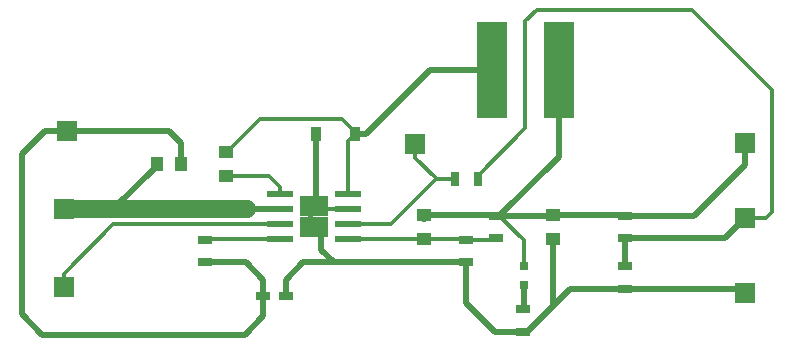
<source format=gbr>
G04 #@! TF.FileFunction,Copper,L1,Top,Signal*
%FSLAX46Y46*%
G04 Gerber Fmt 4.6, Leading zero omitted, Abs format (unit mm)*
G04 Created by KiCad (PCBNEW 4.0.4-stable) date 05/22/17 07:34:47*
%MOMM*%
%LPD*%
G01*
G04 APERTURE LIST*
%ADD10C,0.100000*%
%ADD11R,1.700000X1.700000*%
%ADD12R,1.250000X1.000000*%
%ADD13R,0.800000X0.800000*%
%ADD14R,2.600000X8.200000*%
%ADD15R,0.900000X1.200000*%
%ADD16R,1.000000X1.250000*%
%ADD17R,1.300000X0.700000*%
%ADD18R,0.700000X1.300000*%
%ADD19R,1.200000X1.800000*%
%ADD20R,2.200000X0.600000*%
%ADD21R,1.200000X0.750000*%
%ADD22C,1.500000*%
%ADD23C,0.500000*%
%ADD24C,0.300000*%
%ADD25C,1.000000*%
%ADD26C,0.250000*%
G04 APERTURE END LIST*
D10*
D11*
X76454000Y-45212000D03*
D12*
X89916000Y-47006000D03*
X89916000Y-49006000D03*
X106680000Y-52356000D03*
X106680000Y-54356000D03*
X117602000Y-52340000D03*
X117602000Y-54340000D03*
D13*
X115138200Y-56629400D03*
X115138200Y-58229400D03*
D14*
X118090600Y-40055800D03*
X112490600Y-40055800D03*
D15*
X100838000Y-45466000D03*
X97538000Y-45466000D03*
D16*
X84090000Y-48006000D03*
X86090000Y-48006000D03*
D17*
X88138000Y-54422000D03*
X88138000Y-56322000D03*
D18*
X109352000Y-49276000D03*
X111252000Y-49276000D03*
D17*
X112776000Y-52390000D03*
X112776000Y-54290000D03*
X110236000Y-54422000D03*
X110236000Y-56322000D03*
X123698000Y-52390000D03*
X123698000Y-54290000D03*
X123698000Y-56642000D03*
X123698000Y-58542000D03*
X115112800Y-62189400D03*
X115112800Y-60289400D03*
D11*
X76200000Y-58420000D03*
X76200000Y-51816000D03*
X105943400Y-46304200D03*
X133858000Y-52578000D03*
X133858000Y-46228000D03*
X133858000Y-58928000D03*
D19*
X97974000Y-53340000D03*
X96774000Y-53340000D03*
X97974000Y-51540000D03*
D20*
X94499000Y-50535000D03*
X94499000Y-51805000D03*
X94499000Y-53075000D03*
X94499000Y-54345000D03*
X100249000Y-54345000D03*
X100249000Y-53075000D03*
X100249000Y-51805000D03*
X100249000Y-50535000D03*
D19*
X96774000Y-51540000D03*
D21*
X94996000Y-59182000D03*
X93096000Y-59182000D03*
D22*
X76200000Y-51816000D02*
X79248000Y-51816000D01*
D23*
X84090000Y-48131000D02*
X80405000Y-51816000D01*
D22*
X80405000Y-51816000D02*
X79248000Y-51816000D01*
D23*
X94466000Y-51816000D02*
X91694000Y-51816000D01*
D22*
X79248000Y-51816000D02*
X91694000Y-51816000D01*
X79631000Y-51816000D02*
X79248000Y-51816000D01*
D23*
X91516200Y-62458600D02*
X93096000Y-60878800D01*
X93096000Y-60878800D02*
X93096000Y-59182000D01*
X74371200Y-62458600D02*
X91516200Y-62458600D01*
X72644000Y-60731400D02*
X74371200Y-62458600D01*
X72644000Y-47172000D02*
X72644000Y-60731400D01*
X76454000Y-45212000D02*
X74604000Y-45212000D01*
X74604000Y-45212000D02*
X72644000Y-47172000D01*
X88138000Y-56322000D02*
X91628000Y-56322000D01*
X91628000Y-56322000D02*
X93096000Y-57790000D01*
X93096000Y-57790000D02*
X93096000Y-59182000D01*
X85090000Y-45212000D02*
X86090000Y-46212000D01*
X86090000Y-46212000D02*
X86090000Y-48006000D01*
X76454000Y-45212000D02*
X85090000Y-45212000D01*
X100838000Y-45466000D02*
X101788000Y-45466000D01*
X101788000Y-45466000D02*
X107198200Y-40055800D01*
X107198200Y-40055800D02*
X110690600Y-40055800D01*
X110690600Y-40055800D02*
X112490600Y-40055800D01*
D24*
X100249000Y-50535000D02*
X100249000Y-46055000D01*
X100249000Y-46055000D02*
X100838000Y-45466000D01*
X89916000Y-47006000D02*
X90041000Y-47006000D01*
X90041000Y-47006000D02*
X92851000Y-44196000D01*
X92851000Y-44196000D02*
X99718000Y-44196000D01*
X99718000Y-44196000D02*
X100838000Y-45316000D01*
X100838000Y-45316000D02*
X100838000Y-45466000D01*
X89916000Y-49006000D02*
X93570000Y-49006000D01*
X93570000Y-49006000D02*
X94499000Y-49935000D01*
X94499000Y-49935000D02*
X94499000Y-50535000D01*
D23*
X117602000Y-52340000D02*
X123648000Y-52340000D01*
X123648000Y-52340000D02*
X123698000Y-52390000D01*
X112776000Y-52390000D02*
X117552000Y-52390000D01*
X117552000Y-52390000D02*
X117602000Y-52340000D01*
X106680000Y-52356000D02*
X112742000Y-52356000D01*
X112742000Y-52356000D02*
X112776000Y-52390000D01*
X118090600Y-40055800D02*
X118090600Y-47375400D01*
X118090600Y-47375400D02*
X113076000Y-52390000D01*
X113076000Y-52390000D02*
X112776000Y-52390000D01*
D24*
X115138200Y-56629400D02*
X115138200Y-54452200D01*
X115138200Y-54452200D02*
X113076000Y-52390000D01*
D23*
X123698000Y-52390000D02*
X129546000Y-52390000D01*
X129546000Y-52390000D02*
X133858000Y-48078000D01*
X133858000Y-48078000D02*
X133858000Y-46228000D01*
D25*
X106714000Y-52390000D02*
X106680000Y-52356000D01*
D24*
X110236000Y-54422000D02*
X112644000Y-54422000D01*
X112644000Y-54422000D02*
X112776000Y-54290000D01*
X106680000Y-54356000D02*
X110170000Y-54356000D01*
X110170000Y-54356000D02*
X110236000Y-54422000D01*
X100249000Y-54345000D02*
X106669000Y-54345000D01*
X106669000Y-54345000D02*
X106680000Y-54356000D01*
D23*
X117602000Y-60000200D02*
X119060200Y-58542000D01*
X119060200Y-58542000D02*
X123698000Y-58542000D01*
X115412800Y-62189400D02*
X117602000Y-60000200D01*
X117602000Y-60000200D02*
X117602000Y-55840000D01*
X117602000Y-55840000D02*
X117602000Y-54340000D01*
X110236000Y-59740800D02*
X112684600Y-62189400D01*
X112684600Y-62189400D02*
X115112800Y-62189400D01*
X110236000Y-56322000D02*
X110236000Y-59740800D01*
X94996000Y-59182000D02*
X94996000Y-57807000D01*
X94996000Y-57807000D02*
X96481000Y-56322000D01*
X96481000Y-56322000D02*
X99056000Y-56322000D01*
X97538000Y-45466000D02*
X97538000Y-51104000D01*
D25*
X97538000Y-51104000D02*
X97974000Y-51540000D01*
D23*
X110236000Y-56322000D02*
X99056000Y-56322000D01*
X97974000Y-55240000D02*
X97974000Y-53340000D01*
X99056000Y-56322000D02*
X97974000Y-55240000D01*
D26*
X96774000Y-51540000D02*
X96774000Y-52140000D01*
X96774000Y-52140000D02*
X97974000Y-53340000D01*
D23*
X123698000Y-58542000D02*
X133472000Y-58542000D01*
D25*
X133472000Y-58542000D02*
X133858000Y-58928000D01*
D24*
X97289001Y-53468799D02*
X97582801Y-53174999D01*
X97582801Y-53174999D02*
X97974000Y-53174999D01*
X97458999Y-51411201D02*
X97165199Y-51705001D01*
X97165199Y-51705001D02*
X96774000Y-51705001D01*
X100249000Y-51805000D02*
X96873999Y-51805000D01*
X96873999Y-51805000D02*
X96774000Y-51705001D01*
D23*
X115138200Y-58229400D02*
X115138200Y-60264000D01*
X115138200Y-60264000D02*
X115112800Y-60289400D01*
D24*
X94499000Y-54345000D02*
X88215000Y-54345000D01*
X88215000Y-54345000D02*
X88138000Y-54422000D01*
X107696000Y-49276000D02*
X109352000Y-49276000D01*
X103897000Y-53075000D02*
X100249000Y-53075000D01*
X107696000Y-49276000D02*
X103897000Y-53075000D01*
X105943400Y-46304200D02*
X105943400Y-47454200D01*
X105943400Y-47454200D02*
X107696000Y-49206800D01*
X107696000Y-49206800D02*
X107696000Y-49276000D01*
X136144000Y-52044600D02*
X135610600Y-52578000D01*
X135610600Y-52578000D02*
X133858000Y-52578000D01*
X136144000Y-41732200D02*
X136144000Y-52044600D01*
X129362200Y-34950400D02*
X136144000Y-41732200D01*
X116230400Y-34950400D02*
X129362200Y-34950400D01*
X115265200Y-35915600D02*
X116230400Y-34950400D01*
X115265200Y-44962800D02*
X115265200Y-35915600D01*
X111252000Y-49276000D02*
X111252000Y-48976000D01*
X111252000Y-48976000D02*
X115265200Y-44962800D01*
D23*
X123698000Y-54290000D02*
X132146000Y-54290000D01*
X132146000Y-54290000D02*
X133858000Y-52578000D01*
X123698000Y-54290000D02*
X123698000Y-56642000D01*
D24*
X76200000Y-58420000D02*
X76200000Y-57270000D01*
X76200000Y-57270000D02*
X80395000Y-53075000D01*
X80395000Y-53075000D02*
X93099000Y-53075000D01*
X93099000Y-53075000D02*
X94499000Y-53075000D01*
M02*

</source>
